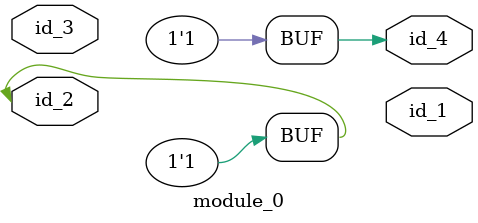
<source format=v>
module module_0 (
    id_1,
    id_2,
    id_3,
    id_4
);
  output id_4;
  inout id_3;
  inout id_2;
  output id_1;
  assign id_2 = 1;
  assign id_4 = id_2;
endmodule

</source>
